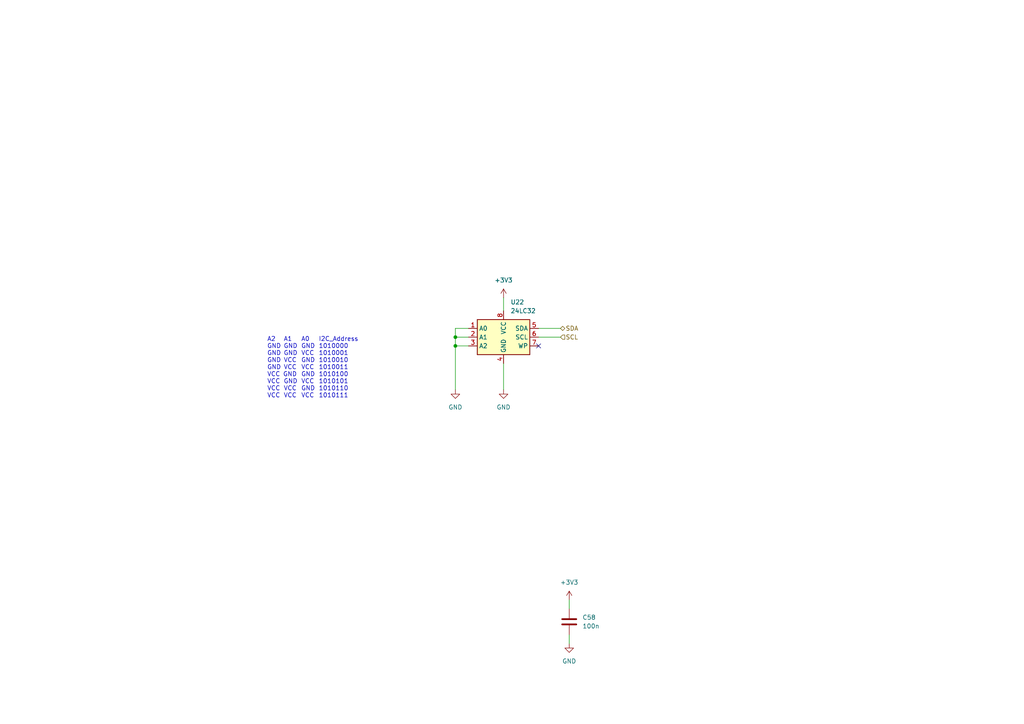
<source format=kicad_sch>
(kicad_sch (version 20211123) (generator eeschema)

  (uuid dbbdab50-cb74-4755-91bc-f7cdcd5657f0)

  (paper "A4")

  (lib_symbols
    (symbol "Device:C" (pin_numbers hide) (pin_names (offset 0.254)) (in_bom yes) (on_board yes)
      (property "Reference" "C" (id 0) (at 0.635 2.54 0)
        (effects (font (size 1.27 1.27)) (justify left))
      )
      (property "Value" "C" (id 1) (at 0.635 -2.54 0)
        (effects (font (size 1.27 1.27)) (justify left))
      )
      (property "Footprint" "" (id 2) (at 0.9652 -3.81 0)
        (effects (font (size 1.27 1.27)) hide)
      )
      (property "Datasheet" "~" (id 3) (at 0 0 0)
        (effects (font (size 1.27 1.27)) hide)
      )
      (property "ki_keywords" "cap capacitor" (id 4) (at 0 0 0)
        (effects (font (size 1.27 1.27)) hide)
      )
      (property "ki_description" "Unpolarized capacitor" (id 5) (at 0 0 0)
        (effects (font (size 1.27 1.27)) hide)
      )
      (property "ki_fp_filters" "C_*" (id 6) (at 0 0 0)
        (effects (font (size 1.27 1.27)) hide)
      )
      (symbol "C_0_1"
        (polyline
          (pts
            (xy -2.032 -0.762)
            (xy 2.032 -0.762)
          )
          (stroke (width 0.508) (type default) (color 0 0 0 0))
          (fill (type none))
        )
        (polyline
          (pts
            (xy -2.032 0.762)
            (xy 2.032 0.762)
          )
          (stroke (width 0.508) (type default) (color 0 0 0 0))
          (fill (type none))
        )
      )
      (symbol "C_1_1"
        (pin passive line (at 0 3.81 270) (length 2.794)
          (name "~" (effects (font (size 1.27 1.27))))
          (number "1" (effects (font (size 1.27 1.27))))
        )
        (pin passive line (at 0 -3.81 90) (length 2.794)
          (name "~" (effects (font (size 1.27 1.27))))
          (number "2" (effects (font (size 1.27 1.27))))
        )
      )
    )
    (symbol "Memory_EEPROM:24LC32" (in_bom yes) (on_board yes)
      (property "Reference" "U" (id 0) (at -6.35 6.35 0)
        (effects (font (size 1.27 1.27)))
      )
      (property "Value" "24LC32" (id 1) (at 1.27 6.35 0)
        (effects (font (size 1.27 1.27)) (justify left))
      )
      (property "Footprint" "" (id 2) (at 0 0 0)
        (effects (font (size 1.27 1.27)) hide)
      )
      (property "Datasheet" "http://ww1.microchip.com/downloads/en/DeviceDoc/21072G.pdf" (id 3) (at 0 0 0)
        (effects (font (size 1.27 1.27)) hide)
      )
      (property "ki_keywords" "I2C Serial EEPROM" (id 4) (at 0 0 0)
        (effects (font (size 1.27 1.27)) hide)
      )
      (property "ki_description" "I2C Serial EEPROM, 32Kb, DIP-8/SOIC-8/TSSOP-8/DFN-8" (id 5) (at 0 0 0)
        (effects (font (size 1.27 1.27)) hide)
      )
      (property "ki_fp_filters" "DIP*W7.62mm* SOIC*3.9x4.9mm* TSSOP*4.4x3mm*P0.65mm* DFN*3x2mm*P0.5mm*" (id 6) (at 0 0 0)
        (effects (font (size 1.27 1.27)) hide)
      )
      (symbol "24LC32_1_1"
        (rectangle (start -7.62 5.08) (end 7.62 -5.08)
          (stroke (width 0.254) (type default) (color 0 0 0 0))
          (fill (type background))
        )
        (pin input line (at -10.16 2.54 0) (length 2.54)
          (name "A0" (effects (font (size 1.27 1.27))))
          (number "1" (effects (font (size 1.27 1.27))))
        )
        (pin input line (at -10.16 0 0) (length 2.54)
          (name "A1" (effects (font (size 1.27 1.27))))
          (number "2" (effects (font (size 1.27 1.27))))
        )
        (pin input line (at -10.16 -2.54 0) (length 2.54)
          (name "A2" (effects (font (size 1.27 1.27))))
          (number "3" (effects (font (size 1.27 1.27))))
        )
        (pin power_in line (at 0 -7.62 90) (length 2.54)
          (name "GND" (effects (font (size 1.27 1.27))))
          (number "4" (effects (font (size 1.27 1.27))))
        )
        (pin bidirectional line (at 10.16 2.54 180) (length 2.54)
          (name "SDA" (effects (font (size 1.27 1.27))))
          (number "5" (effects (font (size 1.27 1.27))))
        )
        (pin input line (at 10.16 0 180) (length 2.54)
          (name "SCL" (effects (font (size 1.27 1.27))))
          (number "6" (effects (font (size 1.27 1.27))))
        )
        (pin input line (at 10.16 -2.54 180) (length 2.54)
          (name "WP" (effects (font (size 1.27 1.27))))
          (number "7" (effects (font (size 1.27 1.27))))
        )
        (pin power_in line (at 0 7.62 270) (length 2.54)
          (name "VCC" (effects (font (size 1.27 1.27))))
          (number "8" (effects (font (size 1.27 1.27))))
        )
      )
    )
    (symbol "power:+3V3" (power) (pin_names (offset 0)) (in_bom yes) (on_board yes)
      (property "Reference" "#PWR" (id 0) (at 0 -3.81 0)
        (effects (font (size 1.27 1.27)) hide)
      )
      (property "Value" "+3V3" (id 1) (at 0 3.556 0)
        (effects (font (size 1.27 1.27)))
      )
      (property "Footprint" "" (id 2) (at 0 0 0)
        (effects (font (size 1.27 1.27)) hide)
      )
      (property "Datasheet" "" (id 3) (at 0 0 0)
        (effects (font (size 1.27 1.27)) hide)
      )
      (property "ki_keywords" "power-flag" (id 4) (at 0 0 0)
        (effects (font (size 1.27 1.27)) hide)
      )
      (property "ki_description" "Power symbol creates a global label with name \"+3V3\"" (id 5) (at 0 0 0)
        (effects (font (size 1.27 1.27)) hide)
      )
      (symbol "+3V3_0_1"
        (polyline
          (pts
            (xy -0.762 1.27)
            (xy 0 2.54)
          )
          (stroke (width 0) (type default) (color 0 0 0 0))
          (fill (type none))
        )
        (polyline
          (pts
            (xy 0 0)
            (xy 0 2.54)
          )
          (stroke (width 0) (type default) (color 0 0 0 0))
          (fill (type none))
        )
        (polyline
          (pts
            (xy 0 2.54)
            (xy 0.762 1.27)
          )
          (stroke (width 0) (type default) (color 0 0 0 0))
          (fill (type none))
        )
      )
      (symbol "+3V3_1_1"
        (pin power_in line (at 0 0 90) (length 0) hide
          (name "+3V3" (effects (font (size 1.27 1.27))))
          (number "1" (effects (font (size 1.27 1.27))))
        )
      )
    )
    (symbol "power:GND" (power) (pin_names (offset 0)) (in_bom yes) (on_board yes)
      (property "Reference" "#PWR" (id 0) (at 0 -6.35 0)
        (effects (font (size 1.27 1.27)) hide)
      )
      (property "Value" "GND" (id 1) (at 0 -3.81 0)
        (effects (font (size 1.27 1.27)))
      )
      (property "Footprint" "" (id 2) (at 0 0 0)
        (effects (font (size 1.27 1.27)) hide)
      )
      (property "Datasheet" "" (id 3) (at 0 0 0)
        (effects (font (size 1.27 1.27)) hide)
      )
      (property "ki_keywords" "power-flag" (id 4) (at 0 0 0)
        (effects (font (size 1.27 1.27)) hide)
      )
      (property "ki_description" "Power symbol creates a global label with name \"GND\" , ground" (id 5) (at 0 0 0)
        (effects (font (size 1.27 1.27)) hide)
      )
      (symbol "GND_0_1"
        (polyline
          (pts
            (xy 0 0)
            (xy 0 -1.27)
            (xy 1.27 -1.27)
            (xy 0 -2.54)
            (xy -1.27 -1.27)
            (xy 0 -1.27)
          )
          (stroke (width 0) (type default) (color 0 0 0 0))
          (fill (type none))
        )
      )
      (symbol "GND_1_1"
        (pin power_in line (at 0 0 270) (length 0) hide
          (name "GND" (effects (font (size 1.27 1.27))))
          (number "1" (effects (font (size 1.27 1.27))))
        )
      )
    )
  )

  (junction (at 132.08 100.33) (diameter 0) (color 0 0 0 0)
    (uuid 34f26f8d-1766-4e01-8409-6d5f81a24f05)
  )
  (junction (at 132.08 97.79) (diameter 0) (color 0 0 0 0)
    (uuid 69e252fb-1abd-475f-87e4-f815fea0f665)
  )

  (no_connect (at 156.21 100.33) (uuid d6673c71-70a7-4cf5-8f5c-5071c5fede96))

  (wire (pts (xy 132.08 97.79) (xy 132.08 100.33))
    (stroke (width 0) (type default) (color 0 0 0 0))
    (uuid 060fcf7d-8ee1-49e9-b59c-136471d6f598)
  )
  (wire (pts (xy 132.08 100.33) (xy 132.08 113.03))
    (stroke (width 0) (type default) (color 0 0 0 0))
    (uuid 465bbaef-4a4d-4e87-ace1-7e341cb7786c)
  )
  (wire (pts (xy 146.05 105.41) (xy 146.05 113.03))
    (stroke (width 0) (type default) (color 0 0 0 0))
    (uuid 51ac3c45-6441-4c16-807b-b98d0bf0b8b6)
  )
  (wire (pts (xy 135.89 100.33) (xy 132.08 100.33))
    (stroke (width 0) (type default) (color 0 0 0 0))
    (uuid 638c0c7e-2c5b-43e4-b68e-30819aeef8b5)
  )
  (wire (pts (xy 135.89 95.25) (xy 132.08 95.25))
    (stroke (width 0) (type default) (color 0 0 0 0))
    (uuid 6503f9ce-f549-4b6e-b00b-1e0c08abca93)
  )
  (wire (pts (xy 156.21 95.25) (xy 162.56 95.25))
    (stroke (width 0) (type default) (color 0 0 0 0))
    (uuid 67160265-2a68-4a28-880f-7432d66e1956)
  )
  (wire (pts (xy 156.21 97.79) (xy 162.56 97.79))
    (stroke (width 0) (type default) (color 0 0 0 0))
    (uuid 6a49dfb4-e04e-49cb-86ba-cdbebee77179)
  )
  (wire (pts (xy 165.1 173.99) (xy 165.1 176.53))
    (stroke (width 0) (type default) (color 0 0 0 0))
    (uuid a6f6b0a6-f481-42cc-946e-5c4cfc619990)
  )
  (wire (pts (xy 146.05 86.36) (xy 146.05 90.17))
    (stroke (width 0) (type default) (color 0 0 0 0))
    (uuid d9d0d165-b611-4f67-96bd-57088d90b366)
  )
  (wire (pts (xy 132.08 95.25) (xy 132.08 97.79))
    (stroke (width 0) (type default) (color 0 0 0 0))
    (uuid dab5e070-be76-46fc-a952-e8362fe35f66)
  )
  (wire (pts (xy 135.89 97.79) (xy 132.08 97.79))
    (stroke (width 0) (type default) (color 0 0 0 0))
    (uuid f5664340-7e5a-452a-ab70-6e6c2465508d)
  )
  (wire (pts (xy 165.1 184.15) (xy 165.1 186.69))
    (stroke (width 0) (type default) (color 0 0 0 0))
    (uuid fcc042ab-774d-4899-be72-44e5d8629150)
  )

  (text "A2	A1	A0	I2C_Address\nGND	GND	GND	1010000\nGND	GND	VCC	1010001\nGND	VCC	GND	1010010\nGND	VCC	VCC	1010011\nVCC GND	GND	1010100\nVCC	GND	VCC	1010101\nVCC	VCC	GND	1010110\nVCC	VCC	VCC	1010111"
    (at 77.47 115.57 0)
    (effects (font (size 1.27 1.27)) (justify left bottom))
    (uuid 76115032-3b8d-4fb3-aff7-6672961a3bfd)
  )

  (hierarchical_label "SDA" (shape bidirectional) (at 162.56 95.25 0)
    (effects (font (size 1.27 1.27)) (justify left))
    (uuid 35e90595-22fc-4ede-b090-878db476a9ea)
  )
  (hierarchical_label "SCL" (shape input) (at 162.56 97.79 0)
    (effects (font (size 1.27 1.27)) (justify left))
    (uuid b859a791-9fdc-418e-82cb-a12900ca90da)
  )

  (symbol (lib_id "power:+3V3") (at 146.05 86.36 0) (unit 1)
    (in_bom yes) (on_board yes) (fields_autoplaced)
    (uuid 689d50e5-1ec3-4609-9b4c-8cc92110df4f)
    (property "Reference" "#PWR0230" (id 0) (at 146.05 90.17 0)
      (effects (font (size 1.27 1.27)) hide)
    )
    (property "Value" "+3V3" (id 1) (at 146.05 81.28 0))
    (property "Footprint" "" (id 2) (at 146.05 86.36 0)
      (effects (font (size 1.27 1.27)) hide)
    )
    (property "Datasheet" "" (id 3) (at 146.05 86.36 0)
      (effects (font (size 1.27 1.27)) hide)
    )
    (pin "1" (uuid a623e734-9c31-4e69-a8ba-44e961e24e78))
  )

  (symbol (lib_id "Device:C") (at 165.1 180.34 0) (unit 1)
    (in_bom yes) (on_board yes) (fields_autoplaced)
    (uuid b1c09c46-70e5-42b3-a10e-1c4950054fe4)
    (property "Reference" "C58" (id 0) (at 168.91 179.0699 0)
      (effects (font (size 1.27 1.27)) (justify left))
    )
    (property "Value" "100n" (id 1) (at 168.91 181.6099 0)
      (effects (font (size 1.27 1.27)) (justify left))
    )
    (property "Footprint" "Capacitor_SMD:C_0603_1608Metric" (id 2) (at 166.0652 184.15 0)
      (effects (font (size 1.27 1.27)) hide)
    )
    (property "Datasheet" "~" (id 3) (at 165.1 180.34 0)
      (effects (font (size 1.27 1.27)) hide)
    )
    (pin "1" (uuid e6fb3009-f959-44f3-9992-a3165a8cefe3))
    (pin "2" (uuid 407b2e1c-053c-46b2-828f-79be98b5d279))
  )

  (symbol (lib_id "power:GND") (at 165.1 186.69 0) (unit 1)
    (in_bom yes) (on_board yes) (fields_autoplaced)
    (uuid b89c5853-ddae-4349-8558-6dcf34622a5b)
    (property "Reference" "#PWR0234" (id 0) (at 165.1 193.04 0)
      (effects (font (size 1.27 1.27)) hide)
    )
    (property "Value" "GND" (id 1) (at 165.1 191.77 0))
    (property "Footprint" "" (id 2) (at 165.1 186.69 0)
      (effects (font (size 1.27 1.27)) hide)
    )
    (property "Datasheet" "" (id 3) (at 165.1 186.69 0)
      (effects (font (size 1.27 1.27)) hide)
    )
    (pin "1" (uuid a5f6e6ec-0ae1-4b3f-a5c7-2aeab4f51ae8))
  )

  (symbol (lib_id "power:+3V3") (at 165.1 173.99 0) (unit 1)
    (in_bom yes) (on_board yes) (fields_autoplaced)
    (uuid d1834bb7-e280-4423-88e3-ae7041057840)
    (property "Reference" "#PWR0233" (id 0) (at 165.1 177.8 0)
      (effects (font (size 1.27 1.27)) hide)
    )
    (property "Value" "+3V3" (id 1) (at 165.1 168.91 0))
    (property "Footprint" "" (id 2) (at 165.1 173.99 0)
      (effects (font (size 1.27 1.27)) hide)
    )
    (property "Datasheet" "" (id 3) (at 165.1 173.99 0)
      (effects (font (size 1.27 1.27)) hide)
    )
    (pin "1" (uuid 4125b0ca-4dae-4582-be43-834abbea984b))
  )

  (symbol (lib_id "Memory_EEPROM:24LC32") (at 146.05 97.79 0) (unit 1)
    (in_bom yes) (on_board yes) (fields_autoplaced)
    (uuid dcbf07c1-fd83-46b4-9cb8-68d7fd77aad4)
    (property "Reference" "U22" (id 0) (at 148.0694 87.63 0)
      (effects (font (size 1.27 1.27)) (justify left))
    )
    (property "Value" "24LC32" (id 1) (at 148.0694 90.17 0)
      (effects (font (size 1.27 1.27)) (justify left))
    )
    (property "Footprint" "Package_SO:SOIC-8_3.9x4.9mm_P1.27mm" (id 2) (at 146.05 97.79 0)
      (effects (font (size 1.27 1.27)) hide)
    )
    (property "Datasheet" "http://ww1.microchip.com/downloads/en/DeviceDoc/21072G.pdf" (id 3) (at 146.05 97.79 0)
      (effects (font (size 1.27 1.27)) hide)
    )
    (pin "1" (uuid 33a77d0a-6f8c-4655-bcf1-8dcb8360d67c))
    (pin "2" (uuid 2b47feb8-af98-40fd-ae25-7fc167efcb0e))
    (pin "3" (uuid c525b9d2-83d8-4a86-abe1-5dfde04398f6))
    (pin "4" (uuid 5b3bdcf4-2f94-450c-9715-c0affb71f163))
    (pin "5" (uuid 1d2b01ea-e50d-414a-bc4d-33b3e9728e69))
    (pin "6" (uuid a7dc307d-9495-4cfa-b60a-574228696ecd))
    (pin "7" (uuid 8daf1368-6b33-43cd-bd0b-33464cda49c3))
    (pin "8" (uuid 0d6f8207-fb87-4a97-b9be-10d99461349d))
  )

  (symbol (lib_id "power:GND") (at 132.08 113.03 0) (unit 1)
    (in_bom yes) (on_board yes) (fields_autoplaced)
    (uuid dd71e9a5-2eba-4dc4-9569-857e2c0c992a)
    (property "Reference" "#PWR0231" (id 0) (at 132.08 119.38 0)
      (effects (font (size 1.27 1.27)) hide)
    )
    (property "Value" "GND" (id 1) (at 132.08 118.11 0))
    (property "Footprint" "" (id 2) (at 132.08 113.03 0)
      (effects (font (size 1.27 1.27)) hide)
    )
    (property "Datasheet" "" (id 3) (at 132.08 113.03 0)
      (effects (font (size 1.27 1.27)) hide)
    )
    (pin "1" (uuid 9f86e0e8-a768-4c6f-adef-66625c204fa3))
  )

  (symbol (lib_id "power:GND") (at 146.05 113.03 0) (unit 1)
    (in_bom yes) (on_board yes) (fields_autoplaced)
    (uuid e662d515-cf21-4e30-a80a-12246925c6e4)
    (property "Reference" "#PWR0232" (id 0) (at 146.05 119.38 0)
      (effects (font (size 1.27 1.27)) hide)
    )
    (property "Value" "GND" (id 1) (at 146.05 118.11 0))
    (property "Footprint" "" (id 2) (at 146.05 113.03 0)
      (effects (font (size 1.27 1.27)) hide)
    )
    (property "Datasheet" "" (id 3) (at 146.05 113.03 0)
      (effects (font (size 1.27 1.27)) hide)
    )
    (pin "1" (uuid 93f2d0f4-f915-4870-9631-0a126f1c8722))
  )
)

</source>
